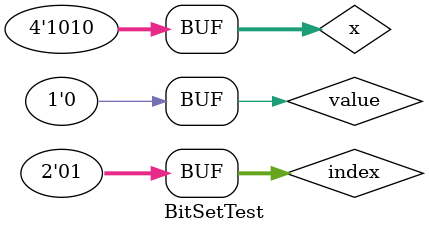
<source format=v>
module BitSetStructural(
		input [3:0]x, 
		input [1:0]index, 
		input value, 
		output [3:0]y); 

	always @(x, index, value); 

	assign y[0] = (index == 2'b00) ? value : x[0]; 
	assign y[1] = (index == 2'b01) ? value : x[1]; 
	assign y[2] = (index == 2'b10) ? value : x[2]; 
	assign y[3] = (index == 2'b11) ? value : x[3]; 

endmodule 

module BitSetTest; 
	reg [3:0]x;  
	reg [1:0] index; 
	reg value;
	wire [3:0] y; 

	BitSetStructural bit_set_structural(x, index, value, y); 
	
	initial begin 
		$monitor("%d x = %b, index = %d, value = %b, y = %b", $time, x, index, value, y); 

	#10 
		x = 15;
		index = 2; 
		value = 0; 

	#10 
		x = 8; 
		index = 0; 
		value = 1; 
	#10 

		x = 4; 
		index = 3; 
		value = 1; 
	#10 

		x = 10; 
		index = 1; 
		value = 0; 

	end 

endmodule  
	 

</source>
